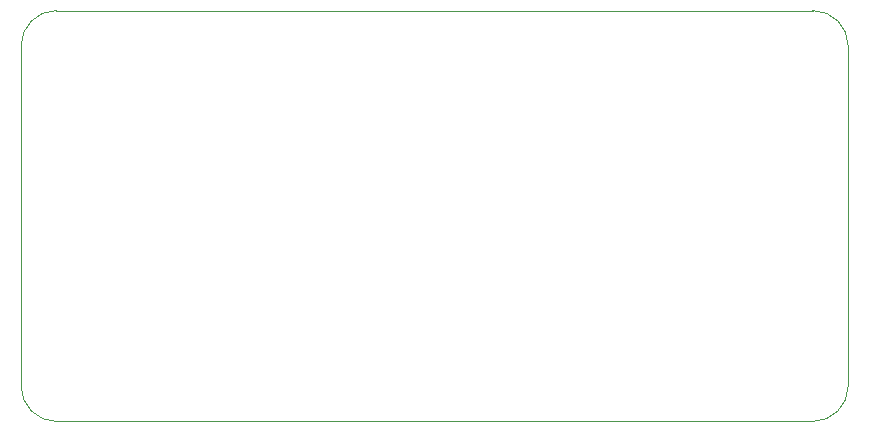
<source format=gbr>
%TF.GenerationSoftware,KiCad,Pcbnew,9.0.4*%
%TF.CreationDate,2025-09-20T20:44:59-07:00*%
%TF.ProjectId,SSTC,53535443-2e6b-4696-9361-645f70636258,rev?*%
%TF.SameCoordinates,Original*%
%TF.FileFunction,Profile,NP*%
%FSLAX46Y46*%
G04 Gerber Fmt 4.6, Leading zero omitted, Abs format (unit mm)*
G04 Created by KiCad (PCBNEW 9.0.4) date 2025-09-20 20:44:59*
%MOMM*%
%LPD*%
G01*
G04 APERTURE LIST*
%TA.AperFunction,Profile*%
%ADD10C,0.050000*%
%TD*%
G04 APERTURE END LIST*
D10*
X-320510000Y-210590000D02*
G75*
G02*
X-317510000Y-207590000I3000001J-1D01*
G01*
X-253470000Y-207590000D02*
G75*
G02*
X-250470000Y-210590000I-1J-3000001D01*
G01*
X-317510000Y-242380000D02*
G75*
G02*
X-320510000Y-239380000I1J3000001D01*
G01*
X-250470000Y-239380000D02*
G75*
G02*
X-253470000Y-242380000I-3000001J1D01*
G01*
X-320510000Y-239380000D02*
X-320510000Y-210590000D01*
X-250470000Y-210590000D02*
X-250470000Y-239380000D01*
X-317510000Y-207590000D02*
X-253470000Y-207590000D01*
X-253470000Y-242380000D02*
X-317510000Y-242380000D01*
M02*

</source>
